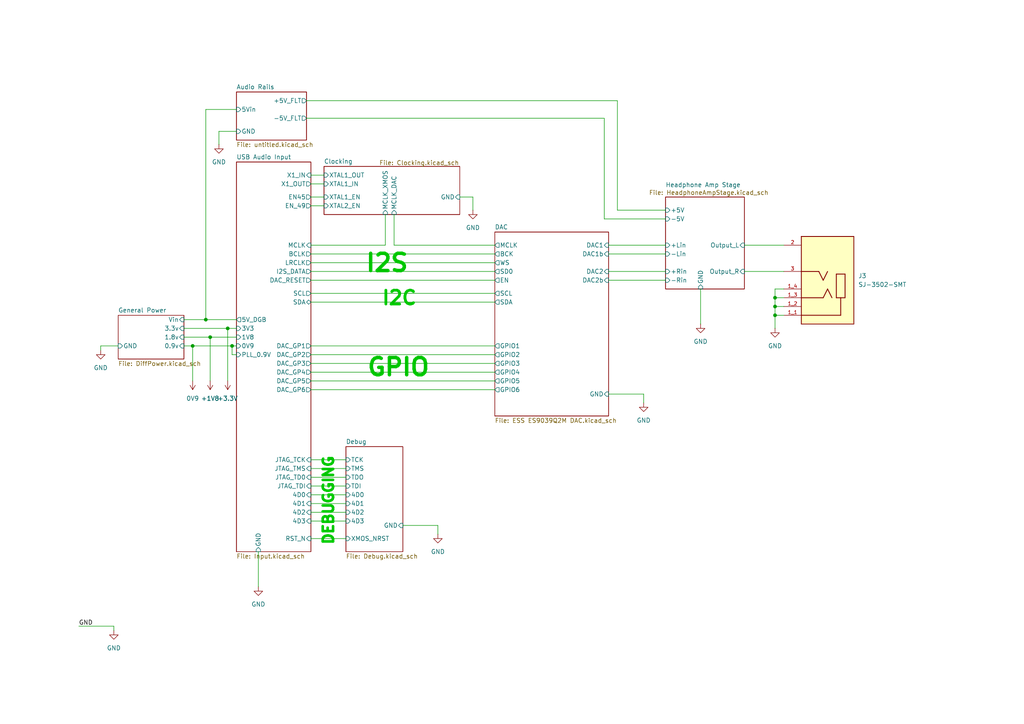
<source format=kicad_sch>
(kicad_sch (version 20250114) (generator "eeschema") (generator_version "9.0")
  (paper "A4")
  (title_block (title "Hi-Fidelity USB DAC Amplifier") (date "2025-11-19") (rev "1.0") (company "Personal Project - Kettering University") (comment 1 "Designed by Dan Abidov & Luke Stirzinger") (comment 2 "Based on XMOS Xu316 and ES9039Q2M"))
  (lib_symbols
    (symbol "SJ-3502-SMT:SJ-3502-SMT" (pin_names (offset 1.016))
      (property "Reference" "J" (at -7.6348 8.382 0))
      (property "Value" "SJ-3502-SMT" (at -7.6221 -20.3235 0))
      (symbol "SJ-3502-SMT_0_0"
        (rectangle (start -7.62 -17.78) (end 7.62 7.62) (stroke (width 0.254)) (fill (type background)))
        (polyline (pts (xy -5.08 0) (xy -5.08 -6.858)) (stroke (width 0.254)))
        (polyline (pts (xy -5.08 0) (xy -3.81 0)) (stroke (width 0.254)))
        (polyline (pts (xy -3.81 5.08) (xy -3.81 0)) (stroke (width 0.254)))
        (polyline (pts (xy -3.81 0) (xy -2.54 0)) (stroke (width 0.254)))
        (polyline (pts (xy -2.54 0) (xy -2.54 -6.858)) (stroke (width 0.254)))
        (polyline (pts (xy -2.54 -6.858) (xy -5.08 -6.858)) (stroke (width 0.254)))
        (polyline (pts (xy -1.27 0) (xy 0 -2.54)) (stroke (width 0.254)))
        (polyline (pts (xy 0 -2.54) (xy 1.27 0)) (stroke (width 0.254)))
        (polyline (pts (xy 0 -7.62) (xy 1.27 -5.08)) (stroke (width 0.254)))
        (polyline (pts (xy 1.27 0) (xy 7.62 0)) (stroke (width 0.254)))
        (polyline (pts (xy 1.27 -5.08) (xy 2.54 -7.62)) (stroke (width 0.254)))
        (polyline (pts (xy 2.54 -7.62) (xy 7.62 -7.62)) (stroke (width 0.254)))
        (polyline (pts (xy 7.62 5.08) (xy -3.81 5.08)) (stroke (width 0.254)))
        (pin passive line (at 12.7 5.08 180) (length 5.08) (name "~") (number "1_1"))
        (pin passive line (at 12.7 2.54 180) (length 5.08) (name "~") (number "1_2"))
        (pin passive line (at 12.7 0 180) (length 5.08) (name "~") (number "1_3"))
        (pin passive line (at 12.7 -2.54 180) (length 5.08) (name "~") (number "1_4"))
        (pin passive line (at 12.7 -7.62 180) (length 5.08) (name "~") (number "3"))
        (pin passive line (at 12.7 -15.24 180) (length 5.08) (name "~") (number "2"))
      )
    )
    (symbol "power:+1V8" (power) (pin_numbers (hide yes)) (pin_names (offset 0) (hide yes))
      (property "Value" "+1V8" (at 0 3.556 0))
      (symbol "+1V8_0_1"
        (polyline (pts (xy -0.762 1.27) (xy 0 2.54)))
        (polyline (pts (xy 0 2.54) (xy 0.762 1.27)))
        (polyline (pts (xy 0 0) (xy 0 2.54)))
      )
      (symbol "+1V8_1_1"
        (pin power_in line (at 0 0 90) (length 0) (name "~") (number "1"))
      )
    )
    (symbol "power:+3.3V" (power) (pin_numbers (hide yes)) (pin_names (offset 0) (hide yes))
      (property "Value" "+3.3V" (at 0 3.556 0))
      (symbol "+3.3V_0_1"
        (polyline (pts (xy -0.762 1.27) (xy 0 2.54)))
        (polyline (pts (xy 0 2.54) (xy 0.762 1.27)))
        (polyline (pts (xy 0 0) (xy 0 2.54)))
      )
      (symbol "+3.3V_1_1"
        (pin power_in line (at 0 0 90) (length 0) (name "~") (number "1"))
      )
    )
    (symbol "power:GND" (power) (pin_numbers (hide yes)) (pin_names (offset 0) (hide yes))
      (property "Value" "GND" (at 0 -3.81 0))
      (symbol "GND_0_1"
        (polyline (pts (xy 0 0) (xy 0 -1.27) (xy 1.27 -1.27) (xy 0 -2.54) (xy -1.27 -1.27) (xy 0 -1.27)))
      )
      (symbol "GND_1_1"
        (pin power_in line (at 0 0 270) (length 0) (name "~") (number "1"))
      )
    )
  )
  (text "I2C" (at 115.824 86.614 0) (effects (font (size 4 4) (thickness 0.8) (bold yes))))
  (text "DEBUGGING" (at 95.25 145.288 90) (effects (font (size 3 3) (thickness 0.8) (bold yes))))
  (text "I2S" (at 112.268 76.454 0) (effects (font (size 5 5) (thickness 1) (bold yes))))
  (text "GPIO" (at 115.57 106.68 0) (effects (font (size 5 5) (thickness 1) (bold yes))))
  (junction (at 59.69 92.71))
  (junction (at 224.79 86.36))
  (junction (at 67.31 100.33))
  (junction (at 60.96 97.79))
  (junction (at 55.88 100.33))
  (junction (at 224.79 88.9))
  (junction (at 66.04 95.25))
  (junction (at 224.79 91.44))
  (wire (pts (xy 186.69 114.3) (xy 176.53 114.3)))
  (wire (pts (xy 90.17 151.13) (xy 100.33 151.13)))
  (wire (pts (xy 74.93 170.18) (xy 74.93 160.02)))
  (wire (pts (xy 137.16 57.15) (xy 137.16 60.96)))
  (wire (pts (xy 127 152.4) (xy 127 154.94)))
  (wire (pts (xy 90.17 102.87) (xy 143.51 102.87)))
  (wire (pts (xy 60.96 110.49) (xy 60.96 97.79)))
  (wire (pts (xy 55.88 100.33) (xy 53.34 100.33)))
  (wire (pts (xy 66.04 95.25) (xy 66.04 110.49)))
  (wire (pts (xy 176.53 81.28) (xy 193.04 81.28)))
  (wire (pts (xy 53.34 92.71) (xy 59.69 92.71)))
  (wire (pts (xy 175.26 34.29) (xy 88.9 34.29)))
  (wire (pts (xy 90.17 76.2) (xy 143.51 76.2)))
  (wire (pts (xy 176.53 71.12) (xy 193.04 71.12)))
  (wire (pts (xy 29.21 100.33) (xy 34.29 100.33)))
  (wire (pts (xy 22.86 181.61) (xy 33.02 181.61)))
  (wire (pts (xy 90.17 143.51) (xy 100.33 143.51)))
  (wire (pts (xy 67.31 102.87) (xy 68.58 102.87)))
  (wire (pts (xy 90.17 135.89) (xy 100.33 135.89)))
  (wire (pts (xy 224.79 88.9) (xy 224.79 86.36)))
  (wire (pts (xy 224.79 95.25) (xy 224.79 91.44)))
  (wire (pts (xy 90.17 156.21) (xy 100.33 156.21)))
  (wire (pts (xy 90.17 100.33) (xy 143.51 100.33)))
  (wire (pts (xy 227.33 88.9) (xy 224.79 88.9)))
  (wire (pts (xy 186.69 114.3) (xy 186.69 116.84)))
  (wire (pts (xy 193.04 63.5) (xy 175.26 63.5)))
  (wire (pts (xy 114.3 62.23) (xy 114.3 71.12)))
  (wire (pts (xy 90.17 113.03) (xy 143.51 113.03)))
  (wire (pts (xy 59.69 92.71) (xy 68.58 92.71)))
  (wire (pts (xy 67.31 102.87) (xy 67.31 100.33)))
  (wire (pts (xy 90.17 107.95) (xy 143.51 107.95)))
  (wire (pts (xy 29.21 100.33) (xy 29.21 101.6)))
  (wire (pts (xy 90.17 87.63) (xy 143.51 87.63)))
  (wire (pts (xy 111.76 62.23) (xy 111.76 71.12)))
  (wire (pts (xy 227.33 78.74) (xy 215.9 78.74)))
  (wire (pts (xy 90.17 73.66) (xy 143.51 73.66)))
  (wire (pts (xy 224.79 83.82) (xy 227.33 83.82)))
  (wire (pts (xy 114.3 71.12) (xy 143.51 71.12)))
  (wire (pts (xy 68.58 31.75) (xy 59.69 31.75)))
  (wire (pts (xy 90.17 148.59) (xy 100.33 148.59)))
  (wire (pts (xy 227.33 91.44) (xy 224.79 91.44)))
  (wire (pts (xy 60.96 97.79) (xy 68.58 97.79)))
  (wire (pts (xy 90.17 78.74) (xy 143.51 78.74)))
  (wire (pts (xy 59.69 31.75) (xy 59.69 92.71)))
  (wire (pts (xy 53.34 97.79) (xy 60.96 97.79)))
  (wire (pts (xy 66.04 95.25) (xy 68.58 95.25)))
  (wire (pts (xy 133.35 57.15) (xy 137.16 57.15)))
  (wire (pts (xy 90.17 133.35) (xy 100.33 133.35)))
  (wire (pts (xy 68.58 38.1) (xy 63.5 38.1)))
  (wire (pts (xy 90.17 71.12) (xy 111.76 71.12)))
  (wire (pts (xy 224.79 86.36) (xy 224.79 83.82)))
  (wire (pts (xy 67.31 100.33) (xy 68.58 100.33)))
  (wire (pts (xy 176.53 78.74) (xy 193.04 78.74)))
  (wire (pts (xy 88.9 29.21) (xy 179.07 29.21)))
  (wire (pts (xy 63.5 38.1) (xy 63.5 41.91)))
  (wire (pts (xy 90.17 50.8) (xy 93.98 50.8)))
  (wire (pts (xy 176.53 73.66) (xy 193.04 73.66)))
  (wire (pts (xy 90.17 81.28) (xy 143.51 81.28)))
  (wire (pts (xy 179.07 60.96) (xy 193.04 60.96)))
  (wire (pts (xy 90.17 110.49) (xy 143.51 110.49)))
  (wire (pts (xy 227.33 71.12) (xy 215.9 71.12)))
  (wire (pts (xy 224.79 91.44) (xy 224.79 88.9)))
  (wire (pts (xy 127 152.4) (xy 116.84 152.4)))
  (wire (pts (xy 90.17 138.43) (xy 100.33 138.43)))
  (wire (pts (xy 90.17 53.34) (xy 93.98 53.34)))
  (wire (pts (xy 227.33 86.36) (xy 224.79 86.36)))
  (wire (pts (xy 203.2 93.98) (xy 203.2 83.82)))
  (wire (pts (xy 90.17 105.41) (xy 143.51 105.41)))
  (wire (pts (xy 55.88 110.49) (xy 55.88 100.33)))
  (wire (pts (xy 33.02 181.61) (xy 33.02 182.88)))
  (wire (pts (xy 90.17 140.97) (xy 100.33 140.97)))
  (wire (pts (xy 55.88 100.33) (xy 67.31 100.33)))
  (wire (pts (xy 90.17 59.69) (xy 93.98 59.69)))
  (wire (pts (xy 179.07 29.21) (xy 179.07 60.96)))
  (wire (pts (xy 175.26 63.5) (xy 175.26 34.29)))
  (wire (pts (xy 53.34 95.25) (xy 66.04 95.25)))
  (wire (pts (xy 90.17 85.09) (xy 143.51 85.09)))
  (wire (pts (xy 90.17 57.15) (xy 93.98 57.15)))
  (wire (pts (xy 90.17 146.05) (xy 100.33 146.05)))
  (label "GND" (at 22.86 181.61 0))
  (symbol (lib_id "power:GND") (at 74.93 170.18 0) (unit 1)
    (property "Reference" "#PWR087" (effects (hide yes)))
    (property "Value" "GND" (at 74.93 175.26 0))
    (property "Description" "Power symbol creates a global label with name \"GND\" , ground" (effects (hide yes)))
  )
  (symbol (lib_id "SJ-3502-SMT:SJ-3502-SMT") (at 240.03 86.36 180) (unit 1)
    (property "Reference" "J3" (at 248.92 80.0099 0) (effects (justify right)))
    (property "Value" "SJ-3502-SMT" (at 248.92 82.5499 0) (effects (justify right)))
    (property "Footprint" "SJ-3502-SMT:CUI_SJ-3502-SMT" (effects (hide yes)))
    (property "MF" "CUI Inc." (effects (hide yes)))
    (property "DESCRIPTION" "3.5 mm, Stereo, Right Angle, Mid Mount _SMT_, Shielded, Audio Jack Connector" (effects (hide yes)))
    (property "PACKAGE" "None" (effects (hide yes)))
    (property "PRICE" "None" (effects (hide yes)))
    (property "CUI_PURCHASE_URL" "https://www.cui.com/product/interconnect/connectors/audio-connectors/jacks/sj-3502-smt-tr?utm_source=snapeda.com&utm_medium=referral&utm_campaign=snapedaBOM" (effects (hide yes)))
    (property "MP" "SJ-3502-SMT-TR" (effects (hide yes)))
    (property "AVAILABILITY" "Unavailable" (effects (hide yes)))
  )
  (symbol (lib_id "power:GND") (at 203.2 93.98 0) (unit 1)
    (property "Reference" "#PWR091" (effects (hide yes)))
    (property "Value" "GND" (at 203.2 99.06 0))
    (property "Description" "Power symbol creates a global label with name \"GND\" , ground" (effects (hide yes)))
  )
  (symbol (lib_id "power:GND") (at 29.21 101.6 0) (unit 1)
    (property "Reference" "#PWR086" (effects (hide yes)))
    (property "Value" "GND" (at 29.21 106.68 0))
    (property "Description" "Power symbol creates a global label with name \"GND\" , ground" (effects (hide yes)))
  )
  (symbol (lib_id "power:GND") (at 224.79 95.25 0) (unit 1)
    (property "Reference" "#PWR076" (effects (hide yes)))
    (property "Value" "GND" (at 224.79 100.33 0))
    (property "Description" "Power symbol creates a global label with name \"GND\" , ground" (effects (hide yes)))
  )
  (symbol (lib_id "power:GND") (at 127 154.94 0) (unit 1)
    (property "Reference" "#PWR088" (effects (hide yes)))
    (property "Value" "GND" (at 127 160.02 0))
    (property "Description" "Power symbol creates a global label with name \"GND\" , ground" (effects (hide yes)))
  )
  (symbol (lib_id "power:+1V8") (at 55.88 110.49 180) (unit 1)
    (property "Reference" "#PWR0107" (effects (hide yes)))
    (property "Value" "0V9" (at 55.88 115.57 0))
    (property "Description" "Power symbol creates a global label with name \"+1V8\"" (effects (hide yes)))
  )
  (symbol (lib_id "power:GND") (at 186.69 116.84 0) (unit 1)
    (property "Reference" "#PWR089" (effects (hide yes)))
    (property "Value" "GND" (at 186.69 121.92 0))
    (property "Description" "Power symbol creates a global label with name \"GND\" , ground" (effects (hide yes)))
  )
  (symbol (lib_id "power:GND") (at 137.16 60.96 0) (unit 1)
    (property "Reference" "#PWR090" (effects (hide yes)))
    (property "Value" "GND" (at 137.16 66.04 0))
    (property "Description" "Power symbol creates a global label with name \"GND\" , ground" (effects (hide yes)))
  )
  (symbol (lib_id "power:+3.3V") (at 66.04 110.49 180) (unit 1)
    (property "Reference" "#PWR0105" (effects (hide yes)))
    (property "Value" "+3.3V" (at 66.04 115.57 0))
    (property "Description" "Power symbol creates a global label with name \"+3.3V\"" (effects (hide yes)))
  )
  (symbol (lib_id "power:GND") (at 33.02 182.88 0) (unit 1)
    (property "Reference" "#PWR085" (effects (hide yes)))
    (property "Value" "GND" (at 33.02 187.96 0))
    (property "Description" "Power symbol creates a global label with name \"GND\" , ground" (effects (hide yes)))
  )
  (symbol (lib_id "power:+1V8") (at 60.96 110.49 180) (unit 1)
    (property "Reference" "#PWR0106" (effects (hide yes)))
    (property "Value" "+1V8" (at 60.96 115.57 0))
    (property "Description" "Power symbol creates a global label with name \"+1V8\"" (effects (hide yes)))
  )
  (symbol (lib_id "power:GND") (at 63.5 41.91 0) (unit 1)
    (property "Reference" "#PWR0112" (effects (hide yes)))
    (property "Value" "GND" (at 63.5 46.99 0))
    (property "Description" "Power symbol creates a global label with name \"GND\" , ground" (effects (hide yes)))
  )
  (sheet (at 100.33 129.54) (size 16.51 30.48) (stroke (width 0.1524))
    (property "Sheetname" "Debug" (at 100.33 128.8284 0) (effects (justify left bottom)))
    (property "Sheetfile" "Debug.kicad_sch" (at 100.33 160.6046 0) (effects (justify left top)))
    (pin "4D0" input (at 100.33 143.51 180))
    (pin "4D1" input (at 100.33 146.05 180))
    (pin "4D2" input (at 100.33 148.59 180))
    (pin "4D3" input (at 100.33 151.13 180))
    (pin "TCK" input (at 100.33 133.35 180))
    (pin "TDI" input (at 100.33 140.97 180))
    (pin "TDO" input (at 100.33 138.43 180))
    (pin "TMS" input (at 100.33 135.89 180))
    (pin "XMOS_NRST" input (at 100.33 156.21 180))
    (pin "GND" input (at 116.84 152.4 0))
  )
  (sheet (at 68.58 26.67) (size 20.32 13.97) (stroke (width 0.1524))
    (property "Sheetname" "Audio Rails" (at 68.58 25.9584 0) (effects (justify left bottom)))
    (property "Sheetfile" "untitled.kicad_sch" (at 68.58 41.2246 0) (effects (justify left top)))
    (pin "+5V_FLT" output (at 88.9 29.21 0))
    (pin "-5V_FLT" output (at 88.9 34.29 0))
    (pin "GND" input (at 68.58 38.1 180))
    (pin "5Vin" input (at 68.58 31.75 180))
  )
  (sheet (at 68.58 46.99) (size 21.59 113.03) (stroke (width 0.1524))
    (property "Sheetname" "USB Audio Input" (at 68.58 46.2784 0) (effects (justify left bottom)))
    (property "Sheetfile" "Input.kicad_sch" (at 68.58 160.6046 0) (effects (justify left top)))
    (pin "RST_N" input (at 90.17 156.21 0))
    (pin "X1_IN" input (at 90.17 50.8 0))
    (pin "GND" input (at 74.93 160.02 270))
    (pin "X1_OUT" output (at 90.17 53.34 0))
    (pin "EN_49" output (at 90.17 59.69 0))
    (pin "EN45" output (at 90.17 57.15 0))
    (pin "3V3" input (at 68.58 95.25 180))
    (pin "0V9" input (at 68.58 100.33 180))
    (pin "PLL_0.9V" input (at 68.58 102.87 180))
    (pin "DAC_RESET" output (at 90.17 81.28 0))
    (pin "DAC_GP5" output (at 90.17 110.49 0))
    (pin "DAC_GP2" output (at 90.17 102.87 0))
    (pin "DAC_GP1" output (at 90.17 100.33 0))
    (pin "DAC_GP4" output (at 90.17 107.95 0))
    (pin "DAC_GP3" output (at 90.17 105.41 0))
    (pin "DAC_GP6" output (at 90.17 113.03 0))
    (pin "SDA" bidirectional (at 90.17 87.63 0))
    (pin "LRCLK" output (at 90.17 76.2 0))
    (pin "5V_DGB" output (at 68.58 92.71 180))
    (pin "I2S_DATA" output (at 90.17 78.74 0))
    (pin "MCLK" input (at 90.17 71.12 0))
    (pin "SCL" output (at 90.17 85.09 0))
    (pin "BCLK" output (at 90.17 73.66 0))
    (pin "1V8" input (at 68.58 97.79 180))
    (pin "JTAG_TMS" input (at 90.17 135.89 0))
    (pin "JTAG_TDI" input (at 90.17 140.97 0))
    (pin "JTAG_TD0" input (at 90.17 138.43 0))
    (pin "4D2" input (at 90.17 148.59 0))
    (pin "4D0" input (at 90.17 143.51 0))
    (pin "JTAG_TCK" input (at 90.17 133.35 0))
    (pin "4D1" input (at 90.17 146.05 0))
    (pin "4D3" input (at 90.17 151.13 0))
  )
  (sheet (at 34.29 91.44) (size 19.05 12.7) (stroke (width 0.1524))
    (property "Sheetname" "General Power" (at 34.29 90.7284 0) (effects (justify left bottom)))
    (property "Sheetfile" "DiffPower.kicad_sch" (at 34.29 104.7246 0) (effects (justify left top)))
    (pin "0.9v" input (at 53.34 100.33 0))
    (pin "1.8v" input (at 53.34 97.79 0))
    (pin "3.3v" input (at 53.34 95.25 0))
    (pin "Vin" input (at 53.34 92.71 0))
    (pin "GND" input (at 34.29 100.33 180))
  )
  (sheet (at 193.04 57.15) (size 22.86 26.67) (stroke (width 0.1524))
    (property "Sheetname" "Headphone Amp Stage" (at 193.04 54.356 0) (effects (justify left bottom)))
    (property "Sheetfile" "HeadphoneAmpStage.kicad_sch" (at 188.214 55.118 0) (effects (justify left top)))
    (pin "+Lin" input (at 193.04 71.12 180))
    (pin "+Rin" input (at 193.04 78.74 180))
    (pin "-Lin" input (at 193.04 73.66 180))
    (pin "-Rin" input (at 193.04 81.28 180))
    (pin "Output_L" input (at 215.9 71.12 0))
    (pin "Output_R" input (at 215.9 78.74 0))
    (pin "GND" input (at 203.2 83.82 270))
    (pin "+5V" input (at 193.04 60.96 180))
    (pin "-5V" input (at 193.04 63.5 180))
  )
  (sheet (at 143.51 67.31) (size 33.02 53.34) (stroke (width 0.1524))
    (property "Sheetname" "DAC" (at 143.51 66.5984 0) (effects (justify left bottom)))
    (property "Sheetfile" "ESS ES9039Q2M DAC.kicad_sch" (at 143.51 121.2346 0) (effects (justify left top)))
    (pin "BCK" output (at 143.51 73.66 180))
    (pin "SDA" output (at 143.51 87.63 180))
    (pin "GPIO5" output (at 143.51 110.49 180))
    (pin "DAC2" input (at 176.53 78.74 0))
    (pin "DAC2b" input (at 176.53 81.28 0))
    (pin "GPIO2" output (at 143.51 102.87 180))
    (pin "GPIO4" output (at 143.51 107.95 180))
    (pin "SD0" output (at 143.51 78.74 180))
    (pin "WS" output (at 143.51 76.2 180))
    (pin "GPIO6" output (at 143.51 113.03 180))
    (pin "GPIO1" output (at 143.51 100.33 180))
    (pin "GPIO3" output (at 143.51 105.41 180))
    (pin "DAC1b" input (at 176.53 73.66 0))
    (pin "EN" output (at 143.51 81.28 180))
    (pin "MCLK" output (at 143.51 71.12 180))
    (pin "SCL" output (at 143.51 85.09 180))
    (pin "DAC1" input (at 176.53 71.12 0))
    (pin "GND" input (at 176.53 114.3 0))
  )
  (sheet (at 93.98 48.26) (size 39.37 13.97) (stroke (width 0.1524))
    (property "Sheetname" "Clocking" (at 93.98 47.5484 0) (effects (justify left bottom)))
    (property "Sheetfile" "Clocking.kicad_sch" (at 109.982 46.482 0) (effects (justify left top)))
    (pin "XTAL2_EN" input (at 93.98 59.69 180))
    (pin "XTAL1_EN" input (at 93.98 57.15 180))
    (pin "XTAL1_IN" input (at 93.98 53.34 180))
    (pin "XTAL1_OUT" input (at 93.98 50.8 180))
    (pin "MCLK_DAC" input (at 114.3 62.23 270))
    (pin "MCLK_XMOS" input (at 111.76 62.23 270))
    (pin "GND" input (at 133.35 57.15 0))
  )
)
</source>
